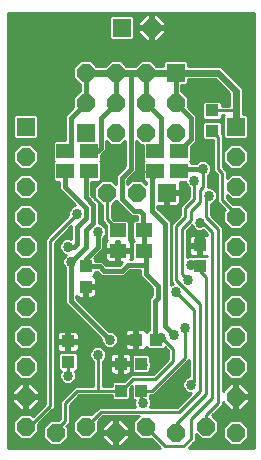
<source format=gbl>
G75*
%MOIN*%
%OFA0B0*%
%FSLAX24Y24*%
%IPPOS*%
%LPD*%
%AMOC8*
5,1,8,0,0,1.08239X$1,22.5*
%
%ADD10R,0.0551X0.0472*%
%ADD11R,0.0600X0.0600*%
%ADD12OC8,0.0600*%
%ADD13R,0.0394X0.0433*%
%ADD14R,0.0433X0.0394*%
%ADD15R,0.0591X0.0512*%
%ADD16C,0.0337*%
%ADD17C,0.0100*%
%ADD18C,0.0240*%
%ADD19C,0.0160*%
%ADD20C,0.0376*%
D10*
X004217Y007215D03*
X004217Y007885D03*
X005083Y007885D03*
X005083Y007215D03*
D11*
X005850Y009150D03*
X008150Y011350D03*
X006150Y013150D03*
X004350Y014650D03*
X003150Y011150D03*
X001150Y011350D03*
D12*
X001150Y010350D03*
X001150Y009350D03*
X001150Y008350D03*
X001150Y007350D03*
X001150Y006350D03*
X001150Y005350D03*
X001150Y004350D03*
X001150Y003350D03*
X001150Y002350D03*
X001150Y001350D03*
X002150Y001150D03*
X003150Y001350D03*
X004150Y001150D03*
X005150Y001350D03*
X006150Y001150D03*
X007150Y001350D03*
X008150Y001150D03*
X008150Y002350D03*
X008150Y003350D03*
X008150Y004350D03*
X008150Y005350D03*
X008150Y006350D03*
X008150Y007350D03*
X008150Y008350D03*
X008150Y009350D03*
X008150Y010350D03*
X006150Y011150D03*
X006150Y012150D03*
X005150Y012150D03*
X005150Y011150D03*
X004150Y011150D03*
X004150Y012150D03*
X004150Y013150D03*
X003150Y013150D03*
X003150Y012150D03*
X003850Y009150D03*
X004850Y009150D03*
X005150Y013150D03*
X005350Y014650D03*
D13*
X003150Y006685D03*
X003150Y006015D03*
X004315Y003450D03*
X004315Y002550D03*
X004985Y002550D03*
X004985Y003450D03*
D14*
X004815Y004250D03*
X005485Y004250D03*
X006950Y006715D03*
X006950Y007385D03*
X007350Y011215D03*
X007350Y011885D03*
X002550Y004185D03*
X002550Y003515D03*
D15*
X002450Y009865D03*
X002450Y010535D03*
X003250Y010535D03*
X003250Y009865D03*
X005450Y009865D03*
X005450Y010535D03*
X006250Y010535D03*
X006250Y009865D03*
D16*
X006750Y009550D03*
X007050Y009950D03*
X007250Y009050D03*
X006950Y008150D03*
X006950Y007650D03*
X006650Y006750D03*
X006550Y006250D03*
X006150Y005850D03*
X006450Y004650D03*
X006100Y004400D03*
X005650Y004300D03*
X005050Y003400D03*
X004550Y004250D03*
X003950Y004250D03*
X003550Y003750D03*
X002550Y003050D03*
X002850Y002050D03*
X005050Y002150D03*
X006150Y002750D03*
X006650Y002750D03*
X003550Y007850D03*
X004250Y008400D03*
X005000Y009850D03*
X004300Y010200D03*
X002850Y008450D03*
X002550Y007350D03*
X002650Y006850D03*
X001750Y009150D03*
X001750Y009550D03*
X001750Y010850D03*
D17*
X000550Y015146D02*
X000550Y000650D01*
X005624Y000650D01*
X005327Y000947D01*
X005320Y000940D01*
X004980Y000940D01*
X004740Y001180D01*
X004740Y001520D01*
X004910Y001690D01*
X003716Y001690D01*
X003553Y001527D01*
X003560Y001520D01*
X003560Y001180D01*
X003320Y000940D01*
X002980Y000940D01*
X002740Y001180D01*
X002740Y001520D01*
X002980Y001760D01*
X003320Y001760D01*
X003327Y001753D01*
X003490Y001916D01*
X003584Y002010D01*
X004807Y002010D01*
X004772Y002095D01*
X004772Y002205D01*
X004779Y002223D01*
X002749Y002223D01*
X002651Y002125D02*
X004772Y002125D01*
X004779Y002223D02*
X004742Y002223D01*
X004678Y002288D01*
X004678Y002686D01*
X004622Y002631D01*
X004622Y002288D01*
X004558Y002223D01*
X004073Y002223D01*
X004009Y002288D01*
X004009Y002390D01*
X002916Y002390D01*
X002610Y002084D01*
X002610Y001484D01*
X002503Y001377D01*
X002560Y001320D01*
X002560Y000980D01*
X002320Y000740D01*
X001980Y000740D01*
X001740Y000980D01*
X001740Y001320D01*
X001980Y001560D01*
X002234Y001560D01*
X002290Y001616D01*
X002290Y002216D01*
X002384Y002310D01*
X002690Y002616D01*
X002784Y002710D01*
X003390Y002710D01*
X003390Y003516D01*
X003314Y003592D01*
X003272Y003695D01*
X003272Y003805D01*
X003314Y003908D01*
X003392Y003986D01*
X003495Y004028D01*
X003605Y004028D01*
X003708Y003986D01*
X003786Y003908D01*
X003828Y003805D01*
X003828Y003695D01*
X003786Y003592D01*
X003710Y003516D01*
X003710Y002710D01*
X004009Y002710D01*
X004009Y002812D01*
X004073Y002877D01*
X004416Y002877D01*
X004555Y003016D01*
X004649Y003110D01*
X005384Y003110D01*
X005890Y003616D01*
X005890Y003884D01*
X005789Y003985D01*
X005747Y003943D01*
X005223Y003943D01*
X005171Y003994D01*
X005152Y003961D01*
X005124Y003933D01*
X005090Y003913D01*
X005052Y003903D01*
X004864Y003903D01*
X004864Y004202D01*
X004767Y004202D01*
X004449Y004202D01*
X004449Y004033D01*
X004459Y003995D01*
X004479Y003961D01*
X004507Y003933D01*
X004541Y003913D01*
X004579Y003903D01*
X004767Y003903D01*
X004767Y004202D01*
X004767Y004298D01*
X004449Y004298D01*
X004449Y004467D01*
X004459Y004505D01*
X004479Y004539D01*
X004507Y004567D01*
X004541Y004587D01*
X004579Y004597D01*
X004767Y004597D01*
X004767Y004298D01*
X004864Y004298D01*
X004864Y004597D01*
X005052Y004597D01*
X005090Y004587D01*
X005124Y004567D01*
X005152Y004539D01*
X005171Y004506D01*
X005223Y004557D01*
X005260Y004557D01*
X005260Y005629D01*
X005360Y005729D01*
X005360Y005971D01*
X005071Y006260D01*
X004960Y006371D01*
X004960Y006560D01*
X004629Y006560D01*
X004540Y006471D01*
X004429Y006360D01*
X004971Y006360D01*
X004960Y006459D02*
X004527Y006459D01*
X004626Y006557D02*
X004960Y006557D01*
X005070Y006262D02*
X003494Y006262D01*
X003497Y006252D02*
X003487Y006290D01*
X003467Y006324D01*
X003439Y006352D01*
X003406Y006371D01*
X003457Y006423D01*
X003457Y006495D01*
X003537Y006495D01*
X003671Y006360D01*
X003425Y006360D01*
X003457Y006459D02*
X003573Y006459D01*
X003671Y006360D02*
X004429Y006360D01*
X004271Y006740D02*
X003829Y006740D01*
X003805Y006763D01*
X003694Y006875D01*
X003457Y006875D01*
X003457Y006947D01*
X003436Y006967D01*
X003740Y007271D01*
X003740Y007646D01*
X003786Y007692D01*
X003828Y007795D01*
X003828Y007905D01*
X003786Y008008D01*
X003708Y008086D01*
X003605Y008128D01*
X003590Y008128D01*
X003590Y008829D01*
X003340Y009079D01*
X003340Y009499D01*
X003591Y009499D01*
X003655Y009564D01*
X003655Y010167D01*
X003622Y010200D01*
X003655Y010233D01*
X003655Y010387D01*
X003740Y010471D01*
X003840Y010571D01*
X003840Y010880D01*
X003980Y010740D01*
X004320Y010740D01*
X004460Y010880D01*
X004460Y010029D01*
X004271Y009840D01*
X004160Y009729D01*
X004160Y009420D01*
X004020Y009560D01*
X003680Y009560D01*
X003440Y009320D01*
X003440Y008980D01*
X003680Y008740D01*
X003690Y008740D01*
X003690Y008185D01*
X003784Y008092D01*
X003831Y008044D01*
X003831Y007603D01*
X003858Y007576D01*
X003849Y007572D01*
X003821Y007544D01*
X003802Y007509D01*
X003791Y007471D01*
X003791Y007265D01*
X004167Y007265D01*
X004167Y007165D01*
X004267Y007165D01*
X004267Y006829D01*
X004360Y006829D01*
X004271Y006740D01*
X004285Y006754D02*
X003815Y006754D01*
X003861Y006853D02*
X003716Y006853D01*
X003802Y006921D02*
X003791Y006959D01*
X003791Y007165D01*
X004167Y007165D01*
X004167Y006829D01*
X003922Y006829D01*
X003883Y006839D01*
X003849Y006859D01*
X003821Y006887D01*
X003802Y006921D01*
X003794Y006951D02*
X003453Y006951D01*
X003518Y007050D02*
X003791Y007050D01*
X003791Y007148D02*
X003617Y007148D01*
X003715Y007247D02*
X004167Y007247D01*
X004167Y007265D02*
X004167Y007538D01*
X004267Y007538D01*
X004267Y007265D01*
X004643Y007265D01*
X004643Y007471D01*
X004632Y007509D01*
X004613Y007544D01*
X004585Y007572D01*
X004576Y007576D01*
X004603Y007603D01*
X004603Y008166D01*
X004538Y008231D01*
X004097Y008231D01*
X004010Y008318D01*
X004010Y008740D01*
X004020Y008740D01*
X004160Y008880D01*
X004160Y008871D01*
X004560Y008471D01*
X004671Y008360D01*
X004860Y008360D01*
X004860Y008231D01*
X004762Y008231D01*
X004697Y008166D01*
X004697Y007603D01*
X004750Y007550D01*
X004697Y007497D01*
X004697Y006940D01*
X004637Y006940D01*
X004643Y006959D01*
X004643Y007165D01*
X004267Y007165D01*
X004267Y007265D01*
X004167Y007265D01*
X004167Y007345D02*
X004267Y007345D01*
X004267Y007247D02*
X004697Y007247D01*
X004697Y007345D02*
X004643Y007345D01*
X004643Y007444D02*
X004697Y007444D01*
X004742Y007542D02*
X004614Y007542D01*
X004603Y007641D02*
X004697Y007641D01*
X004697Y007739D02*
X004603Y007739D01*
X004603Y007838D02*
X004697Y007838D01*
X004697Y007936D02*
X004603Y007936D01*
X004603Y008035D02*
X004697Y008035D01*
X004697Y008133D02*
X004603Y008133D01*
X004603Y008429D02*
X004010Y008429D01*
X004010Y008527D02*
X004504Y008527D01*
X004406Y008626D02*
X004010Y008626D01*
X004010Y008724D02*
X004307Y008724D01*
X004209Y008823D02*
X004102Y008823D01*
X003850Y009150D02*
X003850Y008252D01*
X004217Y007885D01*
X004167Y007444D02*
X004267Y007444D01*
X004267Y007148D02*
X004167Y007148D01*
X004167Y007050D02*
X004267Y007050D01*
X004267Y006951D02*
X004167Y006951D01*
X004167Y006853D02*
X004267Y006853D01*
X004640Y006951D02*
X004697Y006951D01*
X004697Y007050D02*
X004643Y007050D01*
X004643Y007148D02*
X004697Y007148D01*
X005168Y006163D02*
X003497Y006163D01*
X003497Y006252D02*
X003497Y006064D01*
X003198Y006064D01*
X003198Y005967D01*
X003198Y005649D01*
X003367Y005649D01*
X003405Y005659D01*
X003439Y005679D01*
X003467Y005707D01*
X003487Y005741D01*
X003497Y005779D01*
X003497Y005967D01*
X003198Y005967D01*
X003102Y005967D01*
X003102Y005649D01*
X002933Y005649D01*
X002895Y005659D01*
X002861Y005679D01*
X002840Y005700D01*
X002840Y005629D01*
X003940Y004528D01*
X004005Y004528D01*
X004108Y004486D01*
X004186Y004408D01*
X004228Y004305D01*
X004228Y004195D01*
X004186Y004092D01*
X004108Y004014D01*
X004005Y003972D01*
X003895Y003972D01*
X003792Y004014D01*
X003714Y004092D01*
X003672Y004195D01*
X003672Y004260D01*
X002460Y005471D01*
X002460Y006646D01*
X002414Y006692D01*
X002372Y006795D01*
X002372Y006905D01*
X002414Y007008D01*
X002483Y007076D01*
X002392Y007114D01*
X002314Y007192D01*
X002272Y007295D01*
X002272Y007405D01*
X002314Y007508D01*
X002392Y007586D01*
X002495Y007628D01*
X002605Y007628D01*
X002660Y007606D01*
X002660Y008034D01*
X002110Y007484D01*
X002110Y001984D01*
X002016Y001890D01*
X001560Y001434D01*
X001560Y001180D01*
X001320Y000940D01*
X000980Y000940D01*
X000740Y001180D01*
X000740Y001520D01*
X000980Y001760D01*
X001320Y001760D01*
X001377Y001703D01*
X001790Y002116D01*
X001790Y007616D01*
X002572Y008398D01*
X002572Y008505D01*
X002614Y008608D01*
X002692Y008686D01*
X002795Y008728D01*
X002803Y008728D01*
X002371Y009160D01*
X002260Y009271D01*
X002260Y009499D01*
X002109Y009499D01*
X002045Y009564D01*
X002045Y010167D01*
X002078Y010200D01*
X002045Y010233D01*
X002045Y010836D01*
X002109Y010901D01*
X002460Y010901D01*
X002460Y011729D01*
X002571Y011840D01*
X002740Y012009D01*
X002740Y012320D01*
X002960Y012540D01*
X002960Y012760D01*
X002740Y012980D01*
X002740Y013320D01*
X002980Y013560D01*
X003320Y013560D01*
X003500Y013380D01*
X003800Y013380D01*
X003980Y013560D01*
X004320Y013560D01*
X004500Y013380D01*
X004800Y013380D01*
X004980Y013560D01*
X005320Y013560D01*
X005500Y013380D01*
X005740Y013380D01*
X005740Y013496D01*
X005804Y013560D01*
X006496Y013560D01*
X006560Y013496D01*
X006560Y013380D01*
X007645Y013380D01*
X008380Y012645D01*
X008380Y011760D01*
X008496Y011760D01*
X008560Y011696D01*
X008560Y011004D01*
X008496Y010940D01*
X007804Y010940D01*
X007740Y011004D01*
X007740Y011696D01*
X007769Y011725D01*
X007677Y011725D01*
X007677Y011642D01*
X007612Y011578D01*
X007088Y011578D01*
X007023Y011642D01*
X007023Y012127D01*
X007088Y012191D01*
X007612Y012191D01*
X007677Y012127D01*
X007677Y012045D01*
X007920Y012045D01*
X007920Y012455D01*
X007455Y012920D01*
X006560Y012920D01*
X006560Y012804D01*
X006496Y012740D01*
X006340Y012740D01*
X006340Y012540D01*
X006560Y012320D01*
X006560Y012009D01*
X006840Y011729D01*
X006840Y010856D01*
X006655Y010671D01*
X006655Y010233D01*
X006622Y010200D01*
X006655Y010167D01*
X006655Y010140D01*
X006846Y010140D01*
X006892Y010186D01*
X006995Y010228D01*
X007105Y010228D01*
X007208Y010186D01*
X007286Y010108D01*
X007328Y010005D01*
X007328Y009895D01*
X007286Y009792D01*
X007210Y009716D01*
X007210Y009328D01*
X007305Y009328D01*
X007408Y009286D01*
X007486Y009208D01*
X007528Y009105D01*
X007528Y008995D01*
X007486Y008892D01*
X007408Y008814D01*
X007310Y008773D01*
X007310Y008416D01*
X007710Y008016D01*
X007710Y002546D01*
X007964Y002800D01*
X008100Y002800D01*
X008100Y002400D01*
X008200Y002400D01*
X008200Y002800D01*
X008336Y002800D01*
X008600Y002536D01*
X008600Y002400D01*
X008200Y002400D01*
X008200Y002300D01*
X008600Y002300D01*
X008600Y002164D01*
X008336Y001900D01*
X008200Y001900D01*
X008200Y002300D01*
X008100Y002300D01*
X008100Y001900D01*
X007964Y001900D01*
X007710Y002154D01*
X007710Y002084D01*
X007353Y001727D01*
X007560Y001520D01*
X007560Y001180D01*
X007320Y000940D01*
X006980Y000940D01*
X006810Y001110D01*
X006810Y000884D01*
X006716Y000790D01*
X006576Y000650D01*
X008750Y000650D01*
X008750Y015146D01*
X000550Y015146D01*
X000550Y015127D02*
X008750Y015127D01*
X008750Y015028D02*
X005608Y015028D01*
X005536Y015100D02*
X005400Y015100D01*
X005400Y014700D01*
X005300Y014700D01*
X005300Y015100D01*
X005164Y015100D01*
X004900Y014836D01*
X004900Y014700D01*
X005300Y014700D01*
X005300Y014600D01*
X004900Y014600D01*
X004900Y014464D01*
X005164Y014200D01*
X005300Y014200D01*
X005300Y014600D01*
X005400Y014600D01*
X005400Y014700D01*
X005800Y014700D01*
X005800Y014836D01*
X005536Y015100D01*
X005400Y015028D02*
X005300Y015028D01*
X005300Y014930D02*
X005400Y014930D01*
X005400Y014831D02*
X005300Y014831D01*
X005300Y014733D02*
X005400Y014733D01*
X005400Y014634D02*
X008750Y014634D01*
X008750Y014536D02*
X005800Y014536D01*
X005800Y014600D02*
X005400Y014600D01*
X005400Y014200D01*
X005536Y014200D01*
X005800Y014464D01*
X005800Y014600D01*
X005800Y014733D02*
X008750Y014733D01*
X008750Y014831D02*
X005800Y014831D01*
X005707Y014930D02*
X008750Y014930D01*
X008750Y014437D02*
X005773Y014437D01*
X005675Y014339D02*
X008750Y014339D01*
X008750Y014240D02*
X005576Y014240D01*
X005400Y014240D02*
X005300Y014240D01*
X005300Y014339D02*
X005400Y014339D01*
X005400Y014437D02*
X005300Y014437D01*
X005300Y014536D02*
X005400Y014536D01*
X005300Y014634D02*
X004760Y014634D01*
X004760Y014536D02*
X004900Y014536D01*
X004927Y014437D02*
X004760Y014437D01*
X004760Y014339D02*
X005025Y014339D01*
X005124Y014240D02*
X004696Y014240D01*
X004760Y014304D01*
X004760Y014996D01*
X004696Y015060D01*
X004004Y015060D01*
X003940Y014996D01*
X003940Y014304D01*
X004004Y014240D01*
X000550Y014240D01*
X000550Y014142D02*
X008750Y014142D01*
X008750Y014043D02*
X000550Y014043D01*
X000550Y013945D02*
X008750Y013945D01*
X008750Y013846D02*
X000550Y013846D01*
X000550Y013748D02*
X008750Y013748D01*
X008750Y013649D02*
X000550Y013649D01*
X000550Y013551D02*
X002971Y013551D01*
X002872Y013452D02*
X000550Y013452D01*
X000550Y013354D02*
X002774Y013354D01*
X002740Y013255D02*
X000550Y013255D01*
X000550Y013157D02*
X002740Y013157D01*
X002740Y013058D02*
X000550Y013058D01*
X000550Y012960D02*
X002761Y012960D01*
X002859Y012861D02*
X000550Y012861D01*
X000550Y012763D02*
X002958Y012763D01*
X002960Y012664D02*
X000550Y012664D01*
X000550Y012566D02*
X002960Y012566D01*
X002887Y012467D02*
X000550Y012467D01*
X000550Y012369D02*
X002789Y012369D01*
X002740Y012270D02*
X000550Y012270D01*
X000550Y012172D02*
X002740Y012172D01*
X002740Y012073D02*
X000550Y012073D01*
X000550Y011975D02*
X002706Y011975D01*
X002607Y011876D02*
X000550Y011876D01*
X000550Y011778D02*
X002509Y011778D01*
X002460Y011679D02*
X001560Y011679D01*
X001560Y011696D02*
X001496Y011760D01*
X000804Y011760D01*
X000740Y011696D01*
X000740Y011004D01*
X000804Y010940D01*
X001496Y010940D01*
X001560Y011004D01*
X001560Y011696D01*
X001560Y011581D02*
X002460Y011581D01*
X002460Y011482D02*
X001560Y011482D01*
X001560Y011384D02*
X002460Y011384D01*
X002460Y011285D02*
X001560Y011285D01*
X001560Y011187D02*
X002460Y011187D01*
X002460Y011088D02*
X001560Y011088D01*
X001545Y010990D02*
X002460Y010990D01*
X002100Y010891D02*
X000550Y010891D01*
X000550Y010793D02*
X002045Y010793D01*
X002045Y010694D02*
X001386Y010694D01*
X001320Y010760D02*
X000980Y010760D01*
X000740Y010520D01*
X000740Y010180D01*
X000980Y009940D01*
X001320Y009940D01*
X001560Y010180D01*
X001560Y010520D01*
X001320Y010760D01*
X001484Y010596D02*
X002045Y010596D01*
X002045Y010497D02*
X001560Y010497D01*
X001560Y010399D02*
X002045Y010399D01*
X002045Y010300D02*
X001560Y010300D01*
X001560Y010202D02*
X002076Y010202D01*
X002045Y010103D02*
X001483Y010103D01*
X001384Y010005D02*
X002045Y010005D01*
X002045Y009906D02*
X000550Y009906D01*
X000550Y009808D02*
X002045Y009808D01*
X002045Y009709D02*
X001371Y009709D01*
X001320Y009760D02*
X000980Y009760D01*
X000740Y009520D01*
X000740Y009180D01*
X000980Y008940D01*
X001320Y008940D01*
X001560Y009180D01*
X001560Y009520D01*
X001320Y009760D01*
X001469Y009611D02*
X002045Y009611D01*
X002097Y009512D02*
X001560Y009512D01*
X001560Y009414D02*
X002260Y009414D01*
X002260Y009315D02*
X001560Y009315D01*
X001560Y009217D02*
X002315Y009217D01*
X002413Y009118D02*
X001498Y009118D01*
X001399Y009020D02*
X002512Y009020D01*
X002610Y008921D02*
X000550Y008921D01*
X000550Y008823D02*
X002709Y008823D01*
X002784Y008724D02*
X001356Y008724D01*
X001320Y008760D02*
X000980Y008760D01*
X000740Y008520D01*
X000740Y008180D01*
X000980Y007940D01*
X001320Y007940D01*
X001560Y008180D01*
X001560Y008520D01*
X001320Y008760D01*
X001454Y008626D02*
X002632Y008626D01*
X002581Y008527D02*
X001553Y008527D01*
X001560Y008429D02*
X002572Y008429D01*
X002504Y008330D02*
X001560Y008330D01*
X001560Y008232D02*
X002405Y008232D01*
X002307Y008133D02*
X001513Y008133D01*
X001414Y008035D02*
X002208Y008035D01*
X002110Y007936D02*
X000550Y007936D01*
X000550Y007838D02*
X002011Y007838D01*
X001913Y007739D02*
X001341Y007739D01*
X001320Y007760D02*
X000980Y007760D01*
X000740Y007520D01*
X000740Y007180D01*
X000980Y006940D01*
X001320Y006940D01*
X001560Y007180D01*
X001560Y007520D01*
X001320Y007760D01*
X001439Y007641D02*
X001814Y007641D01*
X001790Y007542D02*
X001538Y007542D01*
X001560Y007444D02*
X001790Y007444D01*
X001790Y007345D02*
X001560Y007345D01*
X001560Y007247D02*
X001790Y007247D01*
X001790Y007148D02*
X001528Y007148D01*
X001429Y007050D02*
X001790Y007050D01*
X001790Y006951D02*
X001331Y006951D01*
X001320Y006760D02*
X000980Y006760D01*
X000740Y006520D01*
X000740Y006180D01*
X000980Y005940D01*
X001320Y005940D01*
X001560Y006180D01*
X001560Y006520D01*
X001320Y006760D01*
X001326Y006754D02*
X001790Y006754D01*
X001790Y006656D02*
X001424Y006656D01*
X001523Y006557D02*
X001790Y006557D01*
X001790Y006459D02*
X001560Y006459D01*
X001560Y006360D02*
X001790Y006360D01*
X001790Y006262D02*
X001560Y006262D01*
X001543Y006163D02*
X001790Y006163D01*
X001790Y006065D02*
X001444Y006065D01*
X001346Y005966D02*
X001790Y005966D01*
X001790Y005868D02*
X000550Y005868D01*
X000550Y005966D02*
X000954Y005966D01*
X000856Y006065D02*
X000550Y006065D01*
X000550Y006163D02*
X000757Y006163D01*
X000740Y006262D02*
X000550Y006262D01*
X000550Y006360D02*
X000740Y006360D01*
X000740Y006459D02*
X000550Y006459D01*
X000550Y006557D02*
X000777Y006557D01*
X000876Y006656D02*
X000550Y006656D01*
X000550Y006754D02*
X000974Y006754D01*
X000969Y006951D02*
X000550Y006951D01*
X000550Y006853D02*
X001790Y006853D01*
X002110Y006853D02*
X002372Y006853D01*
X002390Y006951D02*
X002110Y006951D01*
X002110Y007050D02*
X002456Y007050D01*
X002358Y007148D02*
X002110Y007148D01*
X002110Y007247D02*
X002291Y007247D01*
X002272Y007345D02*
X002110Y007345D01*
X002110Y007444D02*
X002287Y007444D01*
X002348Y007542D02*
X002168Y007542D01*
X002267Y007641D02*
X002660Y007641D01*
X002660Y007739D02*
X002365Y007739D01*
X002464Y007838D02*
X002660Y007838D01*
X002660Y007936D02*
X002562Y007936D01*
X002850Y008450D02*
X001950Y007550D01*
X001950Y002050D01*
X001250Y001350D01*
X001150Y001350D01*
X001421Y001041D02*
X001740Y001041D01*
X001740Y001140D02*
X001519Y001140D01*
X001560Y001238D02*
X001740Y001238D01*
X001757Y001337D02*
X001560Y001337D01*
X001561Y001435D02*
X001855Y001435D01*
X001954Y001534D02*
X001660Y001534D01*
X001758Y001632D02*
X002290Y001632D01*
X002290Y001731D02*
X001857Y001731D01*
X001955Y001829D02*
X002290Y001829D01*
X002290Y001928D02*
X002054Y001928D01*
X002110Y002026D02*
X002290Y002026D01*
X002290Y002125D02*
X002110Y002125D01*
X002110Y002223D02*
X002297Y002223D01*
X002395Y002322D02*
X002110Y002322D01*
X002110Y002420D02*
X002494Y002420D01*
X002592Y002519D02*
X002110Y002519D01*
X002110Y002617D02*
X002691Y002617D01*
X002605Y002772D02*
X002708Y002814D01*
X003390Y002814D01*
X003390Y002716D02*
X002110Y002716D01*
X002110Y002814D02*
X002392Y002814D01*
X002495Y002772D01*
X002605Y002772D01*
X002708Y002814D02*
X002786Y002892D01*
X002828Y002995D01*
X002828Y003105D01*
X002786Y003208D01*
X003390Y003208D01*
X003390Y003110D02*
X002827Y003110D01*
X002828Y003011D02*
X003390Y003011D01*
X003390Y002913D02*
X002794Y002913D01*
X002786Y003208D02*
X002785Y003209D01*
X002812Y003209D01*
X002877Y003273D01*
X002877Y003758D01*
X002812Y003822D01*
X002288Y003822D01*
X002223Y003758D01*
X002223Y003273D01*
X002288Y003209D01*
X002315Y003209D01*
X002314Y003208D01*
X002110Y003208D01*
X002110Y003110D02*
X002273Y003110D01*
X002272Y003105D02*
X002272Y002995D01*
X002314Y002892D01*
X002392Y002814D01*
X002306Y002913D02*
X002110Y002913D01*
X002110Y003011D02*
X002272Y003011D01*
X002272Y003105D02*
X002314Y003208D01*
X002223Y003307D02*
X002110Y003307D01*
X002110Y003405D02*
X002223Y003405D01*
X002223Y003504D02*
X002110Y003504D01*
X002110Y003602D02*
X002223Y003602D01*
X002223Y003701D02*
X002110Y003701D01*
X002110Y003799D02*
X002265Y003799D01*
X002276Y003848D02*
X002314Y003838D01*
X002502Y003838D01*
X002502Y004136D01*
X002598Y004136D01*
X002598Y003838D01*
X002786Y003838D01*
X002824Y003848D01*
X002859Y003868D01*
X002887Y003896D01*
X002906Y003930D01*
X002917Y003968D01*
X002917Y004136D01*
X002598Y004136D01*
X002598Y004233D01*
X002502Y004233D01*
X002502Y004531D01*
X002314Y004531D01*
X002276Y004521D01*
X002241Y004502D01*
X002213Y004474D01*
X002194Y004439D01*
X002183Y004401D01*
X002183Y004233D01*
X002502Y004233D01*
X002502Y004136D01*
X002183Y004136D01*
X002183Y003968D01*
X002194Y003930D01*
X002213Y003896D01*
X002241Y003868D01*
X002276Y003848D01*
X002212Y003898D02*
X002110Y003898D01*
X002110Y003996D02*
X002183Y003996D01*
X002183Y004095D02*
X002110Y004095D01*
X002110Y004193D02*
X002502Y004193D01*
X002598Y004193D02*
X003672Y004193D01*
X003640Y004292D02*
X002917Y004292D01*
X002917Y004233D02*
X002917Y004401D01*
X002906Y004439D01*
X002887Y004474D01*
X002859Y004502D01*
X002824Y004521D01*
X002786Y004531D01*
X002598Y004531D01*
X002598Y004233D01*
X002917Y004233D01*
X002917Y004095D02*
X003713Y004095D01*
X003684Y003996D02*
X003836Y003996D01*
X003790Y003898D02*
X005876Y003898D01*
X005890Y003799D02*
X004583Y003799D01*
X004570Y003806D02*
X004532Y003817D01*
X004364Y003817D01*
X004364Y003498D01*
X004662Y003498D01*
X004662Y003686D01*
X004652Y003724D01*
X004632Y003759D01*
X004604Y003787D01*
X004570Y003806D01*
X004658Y003701D02*
X004678Y003701D01*
X004678Y003712D02*
X004678Y003188D01*
X004742Y003123D01*
X004990Y003123D01*
X004995Y003122D01*
X005105Y003122D01*
X005110Y003123D01*
X005227Y003123D01*
X005291Y003188D01*
X005291Y003255D01*
X005328Y003345D01*
X005328Y003455D01*
X005291Y003545D01*
X005291Y003712D01*
X005227Y003777D01*
X004742Y003777D01*
X004678Y003712D01*
X004678Y003602D02*
X004662Y003602D01*
X004662Y003504D02*
X004678Y003504D01*
X004678Y003405D02*
X004364Y003405D01*
X004364Y003402D02*
X004364Y003498D01*
X004267Y003498D01*
X004267Y003402D01*
X003969Y003402D01*
X003969Y003214D01*
X003979Y003176D01*
X003998Y003141D01*
X004026Y003113D01*
X004061Y003094D01*
X004099Y003083D01*
X004267Y003083D01*
X004267Y003402D01*
X004364Y003402D01*
X004662Y003402D01*
X004662Y003214D01*
X004652Y003176D01*
X004632Y003141D01*
X004604Y003113D01*
X004570Y003094D01*
X004532Y003083D01*
X004364Y003083D01*
X004364Y003402D01*
X004364Y003307D02*
X004267Y003307D01*
X004267Y003405D02*
X003710Y003405D01*
X003710Y003307D02*
X003969Y003307D01*
X003970Y003208D02*
X003710Y003208D01*
X003710Y003110D02*
X004033Y003110D01*
X004267Y003110D02*
X004364Y003110D01*
X004364Y003208D02*
X004267Y003208D01*
X004267Y003498D02*
X003969Y003498D01*
X003969Y003686D01*
X003979Y003724D01*
X003998Y003759D01*
X004026Y003787D01*
X004061Y003806D01*
X004099Y003817D01*
X004267Y003817D01*
X004267Y003498D01*
X004267Y003504D02*
X004364Y003504D01*
X004364Y003602D02*
X004267Y003602D01*
X004267Y003701D02*
X004364Y003701D01*
X004364Y003799D02*
X004267Y003799D01*
X004187Y004095D02*
X004449Y004095D01*
X004449Y004193D02*
X004228Y004193D01*
X004228Y004292D02*
X004767Y004292D01*
X004767Y004390D02*
X004864Y004390D01*
X004864Y004489D02*
X004767Y004489D01*
X004767Y004587D02*
X004864Y004587D01*
X005088Y004587D02*
X005260Y004587D01*
X005260Y004686D02*
X003783Y004686D01*
X003685Y004784D02*
X005260Y004784D01*
X005260Y004883D02*
X003586Y004883D01*
X003488Y004981D02*
X005260Y004981D01*
X005260Y005080D02*
X003389Y005080D01*
X003291Y005178D02*
X005260Y005178D01*
X005260Y005277D02*
X003192Y005277D01*
X003094Y005375D02*
X005260Y005375D01*
X005260Y005474D02*
X002995Y005474D01*
X002897Y005572D02*
X005260Y005572D01*
X005302Y005671D02*
X003425Y005671D01*
X003494Y005769D02*
X005360Y005769D01*
X005360Y005868D02*
X003497Y005868D01*
X003497Y005966D02*
X005360Y005966D01*
X005267Y006065D02*
X003497Y006065D01*
X003198Y005966D02*
X003102Y005966D01*
X003102Y005868D02*
X003198Y005868D01*
X003198Y005769D02*
X003102Y005769D01*
X003102Y005671D02*
X003198Y005671D01*
X002875Y005671D02*
X002840Y005671D01*
X002655Y005277D02*
X002110Y005277D01*
X002110Y005375D02*
X002556Y005375D01*
X002460Y005474D02*
X002110Y005474D01*
X002110Y005572D02*
X002460Y005572D01*
X002460Y005671D02*
X002110Y005671D01*
X002110Y005769D02*
X002460Y005769D01*
X002460Y005868D02*
X002110Y005868D01*
X002110Y005966D02*
X002460Y005966D01*
X002460Y006065D02*
X002110Y006065D01*
X002110Y006163D02*
X002460Y006163D01*
X002460Y006262D02*
X002110Y006262D01*
X002110Y006360D02*
X002460Y006360D01*
X002460Y006459D02*
X002110Y006459D01*
X002110Y006557D02*
X002460Y006557D01*
X002451Y006656D02*
X002110Y006656D01*
X002110Y006754D02*
X002388Y006754D01*
X001790Y005769D02*
X000550Y005769D01*
X000550Y005671D02*
X000891Y005671D01*
X000980Y005760D02*
X000740Y005520D01*
X000740Y005180D01*
X000980Y004940D01*
X001320Y004940D01*
X001560Y005180D01*
X001560Y005520D01*
X001320Y005760D01*
X000980Y005760D01*
X000792Y005572D02*
X000550Y005572D01*
X000550Y005474D02*
X000740Y005474D01*
X000740Y005375D02*
X000550Y005375D01*
X000550Y005277D02*
X000740Y005277D01*
X000742Y005178D02*
X000550Y005178D01*
X000550Y005080D02*
X000841Y005080D01*
X000939Y004981D02*
X000550Y004981D01*
X000550Y004883D02*
X001790Y004883D01*
X001790Y004981D02*
X001361Y004981D01*
X001459Y005080D02*
X001790Y005080D01*
X001790Y005178D02*
X001558Y005178D01*
X001560Y005277D02*
X001790Y005277D01*
X001790Y005375D02*
X001560Y005375D01*
X001560Y005474D02*
X001790Y005474D01*
X001790Y005572D02*
X001508Y005572D01*
X001409Y005671D02*
X001790Y005671D01*
X002110Y005178D02*
X002753Y005178D01*
X002852Y005080D02*
X002110Y005080D01*
X002110Y004981D02*
X002950Y004981D01*
X003049Y004883D02*
X002110Y004883D01*
X002110Y004784D02*
X003147Y004784D01*
X003246Y004686D02*
X002110Y004686D01*
X002110Y004587D02*
X003344Y004587D01*
X003443Y004489D02*
X002872Y004489D01*
X002917Y004390D02*
X003541Y004390D01*
X003416Y003996D02*
X002917Y003996D01*
X002888Y003898D02*
X003310Y003898D01*
X003272Y003799D02*
X002835Y003799D01*
X002877Y003701D02*
X003272Y003701D01*
X003310Y003602D02*
X002877Y003602D01*
X002877Y003504D02*
X003390Y003504D01*
X003390Y003405D02*
X002877Y003405D01*
X002877Y003307D02*
X003390Y003307D01*
X003550Y003750D02*
X003550Y002550D01*
X004315Y002550D01*
X004715Y002950D01*
X005450Y002950D01*
X006050Y003550D01*
X006050Y003950D01*
X005700Y004300D01*
X005650Y004300D01*
X005535Y004300D01*
X005485Y004250D01*
X005291Y003701D02*
X005890Y003701D01*
X005876Y003602D02*
X005291Y003602D01*
X005308Y003504D02*
X005777Y003504D01*
X005679Y003405D02*
X005328Y003405D01*
X005313Y003307D02*
X005580Y003307D01*
X005482Y003208D02*
X005291Y003208D01*
X005050Y003400D02*
X004985Y003450D01*
X004678Y003307D02*
X004662Y003307D01*
X004661Y003208D02*
X004678Y003208D01*
X004649Y003110D02*
X004598Y003110D01*
X004550Y003011D02*
X003710Y003011D01*
X003710Y002913D02*
X004452Y002913D01*
X004622Y002617D02*
X004678Y002617D01*
X004678Y002519D02*
X004622Y002519D01*
X004622Y002420D02*
X004678Y002420D01*
X004678Y002322D02*
X004622Y002322D01*
X004800Y002026D02*
X002610Y002026D01*
X002610Y001928D02*
X003501Y001928D01*
X003403Y001829D02*
X002610Y001829D01*
X002610Y001731D02*
X002951Y001731D01*
X002852Y001632D02*
X002610Y001632D01*
X002610Y001534D02*
X002754Y001534D01*
X002740Y001435D02*
X002561Y001435D01*
X002543Y001337D02*
X002740Y001337D01*
X002740Y001238D02*
X002560Y001238D01*
X002560Y001140D02*
X002781Y001140D01*
X002879Y001041D02*
X002560Y001041D01*
X002522Y000943D02*
X002978Y000943D01*
X003322Y000943D02*
X003721Y000943D01*
X003700Y000964D02*
X003964Y000700D01*
X004100Y000700D01*
X004100Y001100D01*
X003700Y001100D01*
X003700Y000964D01*
X003700Y001041D02*
X003421Y001041D01*
X003519Y001140D02*
X004100Y001140D01*
X004100Y001100D02*
X004100Y001200D01*
X004100Y001600D01*
X003964Y001600D01*
X003700Y001336D01*
X003700Y001200D01*
X004100Y001200D01*
X004200Y001200D01*
X004200Y001600D01*
X004336Y001600D01*
X004600Y001336D01*
X004600Y001200D01*
X004200Y001200D01*
X004200Y001100D01*
X004600Y001100D01*
X004600Y000964D01*
X004336Y000700D01*
X004200Y000700D01*
X004200Y001100D01*
X004100Y001100D01*
X004100Y001041D02*
X004200Y001041D01*
X004200Y000943D02*
X004100Y000943D01*
X004100Y000844D02*
X004200Y000844D01*
X004200Y000746D02*
X004100Y000746D01*
X003918Y000746D02*
X002325Y000746D01*
X002424Y000844D02*
X003820Y000844D01*
X003700Y001238D02*
X003560Y001238D01*
X003560Y001337D02*
X003700Y001337D01*
X003799Y001435D02*
X003560Y001435D01*
X003560Y001534D02*
X003897Y001534D01*
X004100Y001534D02*
X004200Y001534D01*
X004200Y001435D02*
X004100Y001435D01*
X004100Y001337D02*
X004200Y001337D01*
X004200Y001238D02*
X004100Y001238D01*
X004200Y001140D02*
X004781Y001140D01*
X004740Y001238D02*
X004600Y001238D01*
X004600Y001337D02*
X004740Y001337D01*
X004740Y001435D02*
X004501Y001435D01*
X004403Y001534D02*
X004754Y001534D01*
X004852Y001632D02*
X003658Y001632D01*
X003650Y001850D02*
X006250Y001850D01*
X006950Y002550D01*
X006950Y005450D01*
X006150Y006250D01*
X006150Y008050D01*
X006450Y008350D01*
X006450Y008650D01*
X006750Y008950D01*
X006750Y009550D01*
X006590Y009316D02*
X006590Y009016D01*
X006290Y008716D01*
X006290Y008416D01*
X005990Y008116D01*
X005990Y006184D01*
X006060Y006114D01*
X005992Y006086D01*
X005990Y006084D01*
X005990Y008179D01*
X005879Y008290D01*
X005540Y008629D01*
X005540Y008700D01*
X005800Y008700D01*
X005800Y009100D01*
X005900Y009100D01*
X005900Y009200D01*
X006300Y009200D01*
X006300Y009470D01*
X006292Y009499D01*
X006472Y009499D01*
X006472Y009495D01*
X006514Y009392D01*
X006590Y009316D01*
X006590Y009315D02*
X006300Y009315D01*
X006300Y009217D02*
X006590Y009217D01*
X006590Y009118D02*
X005900Y009118D01*
X005900Y009100D02*
X006300Y009100D01*
X006300Y008830D01*
X006290Y008792D01*
X006270Y008758D01*
X006242Y008730D01*
X006208Y008710D01*
X006170Y008700D01*
X005900Y008700D01*
X005900Y009100D01*
X005900Y009020D02*
X005800Y009020D01*
X005800Y008921D02*
X005900Y008921D01*
X005900Y008823D02*
X005800Y008823D01*
X005800Y008724D02*
X005900Y008724D01*
X005740Y008429D02*
X006290Y008429D01*
X006290Y008527D02*
X005642Y008527D01*
X005543Y008626D02*
X006290Y008626D01*
X006298Y008724D02*
X006232Y008724D01*
X006298Y008823D02*
X006396Y008823D01*
X006300Y008921D02*
X006495Y008921D01*
X006590Y009020D02*
X006300Y009020D01*
X006300Y009414D02*
X006505Y009414D01*
X006950Y009250D02*
X006950Y008850D01*
X006650Y008550D01*
X006650Y008250D01*
X006350Y007950D01*
X006350Y006450D01*
X006550Y006250D01*
X006650Y006750D02*
X006885Y006750D01*
X006950Y006715D01*
X006950Y006550D01*
X007150Y006350D01*
X007150Y002450D01*
X006150Y001450D01*
X006150Y001150D01*
X006400Y000700D02*
X005800Y000700D01*
X005150Y001350D01*
X004879Y001041D02*
X004600Y001041D01*
X004579Y000943D02*
X004978Y000943D01*
X005322Y000943D02*
X005331Y000943D01*
X005430Y000844D02*
X004480Y000844D01*
X004382Y000746D02*
X005528Y000746D01*
X005293Y002010D02*
X005328Y002095D01*
X005328Y002205D01*
X005291Y002295D01*
X005291Y002390D01*
X005416Y002390D01*
X006516Y003490D01*
X006590Y003564D01*
X006590Y003027D01*
X006492Y002986D01*
X006414Y002908D01*
X006372Y002805D01*
X006372Y002695D01*
X006414Y002592D01*
X006492Y002514D01*
X006595Y002472D01*
X006645Y002472D01*
X006184Y002010D01*
X005293Y002010D01*
X005300Y002026D02*
X006200Y002026D01*
X006298Y002125D02*
X005328Y002125D01*
X005321Y002223D02*
X006397Y002223D01*
X006495Y002322D02*
X005291Y002322D01*
X005446Y002420D02*
X006594Y002420D01*
X006488Y002519D02*
X005545Y002519D01*
X005643Y002617D02*
X006404Y002617D01*
X006372Y002716D02*
X005742Y002716D01*
X005840Y002814D02*
X006375Y002814D01*
X006419Y002913D02*
X005939Y002913D01*
X006037Y003011D02*
X006553Y003011D01*
X006590Y003110D02*
X006136Y003110D01*
X006234Y003208D02*
X006590Y003208D01*
X006590Y003307D02*
X006333Y003307D01*
X006431Y003405D02*
X006590Y003405D01*
X006590Y003504D02*
X006530Y003504D01*
X006450Y003650D02*
X006450Y004650D01*
X006750Y005250D02*
X006750Y002850D01*
X006650Y002750D01*
X006450Y003650D02*
X005350Y002550D01*
X004985Y002550D01*
X004985Y002215D01*
X005050Y002150D01*
X004009Y002322D02*
X002848Y002322D01*
X002850Y002550D02*
X002450Y002150D01*
X002450Y001550D01*
X002150Y001250D01*
X002150Y001150D01*
X001876Y000844D02*
X000550Y000844D01*
X000550Y000746D02*
X001975Y000746D01*
X001778Y000943D02*
X001322Y000943D01*
X000978Y000943D02*
X000550Y000943D01*
X000550Y001041D02*
X000879Y001041D01*
X000781Y001140D02*
X000550Y001140D01*
X000550Y001238D02*
X000740Y001238D01*
X000740Y001337D02*
X000550Y001337D01*
X000550Y001435D02*
X000740Y001435D01*
X000754Y001534D02*
X000550Y001534D01*
X000550Y001632D02*
X000852Y001632D01*
X000951Y001731D02*
X000550Y001731D01*
X000550Y001829D02*
X001503Y001829D01*
X001601Y001928D02*
X001364Y001928D01*
X001336Y001900D02*
X001600Y002164D01*
X001600Y002300D01*
X001200Y002300D01*
X001200Y002400D01*
X001600Y002400D01*
X001600Y002536D01*
X001336Y002800D01*
X001200Y002800D01*
X001200Y002400D01*
X001100Y002400D01*
X001100Y002800D01*
X000964Y002800D01*
X000700Y002536D01*
X000700Y002400D01*
X001100Y002400D01*
X001100Y002300D01*
X001200Y002300D01*
X001200Y001900D01*
X001336Y001900D01*
X001462Y002026D02*
X001700Y002026D01*
X001790Y002125D02*
X001561Y002125D01*
X001600Y002223D02*
X001790Y002223D01*
X001790Y002322D02*
X001200Y002322D01*
X001200Y002420D02*
X001100Y002420D01*
X001100Y002322D02*
X000550Y002322D01*
X000550Y002420D02*
X000700Y002420D01*
X000700Y002519D02*
X000550Y002519D01*
X000550Y002617D02*
X000781Y002617D01*
X000879Y002716D02*
X000550Y002716D01*
X000550Y002814D02*
X001790Y002814D01*
X001790Y002716D02*
X001421Y002716D01*
X001519Y002617D02*
X001790Y002617D01*
X001790Y002519D02*
X001600Y002519D01*
X001600Y002420D02*
X001790Y002420D01*
X001790Y002913D02*
X000550Y002913D01*
X000550Y003011D02*
X000909Y003011D01*
X000980Y002940D02*
X001320Y002940D01*
X001560Y003180D01*
X001560Y003520D01*
X001320Y003760D01*
X000980Y003760D01*
X000740Y003520D01*
X000740Y003180D01*
X000980Y002940D01*
X001100Y002716D02*
X001200Y002716D01*
X001200Y002617D02*
X001100Y002617D01*
X001100Y002519D02*
X001200Y002519D01*
X001100Y002300D02*
X000700Y002300D01*
X000700Y002164D01*
X000964Y001900D01*
X001100Y001900D01*
X001100Y002300D01*
X001100Y002223D02*
X001200Y002223D01*
X001200Y002125D02*
X001100Y002125D01*
X001100Y002026D02*
X001200Y002026D01*
X001200Y001928D02*
X001100Y001928D01*
X000936Y001928D02*
X000550Y001928D01*
X000550Y002026D02*
X000838Y002026D01*
X000739Y002125D02*
X000550Y002125D01*
X000550Y002223D02*
X000700Y002223D01*
X000811Y003110D02*
X000550Y003110D01*
X000550Y003208D02*
X000740Y003208D01*
X000740Y003307D02*
X000550Y003307D01*
X000550Y003405D02*
X000740Y003405D01*
X000740Y003504D02*
X000550Y003504D01*
X000550Y003602D02*
X000822Y003602D01*
X000921Y003701D02*
X000550Y003701D01*
X000550Y003799D02*
X001790Y003799D01*
X001790Y003701D02*
X001379Y003701D01*
X001478Y003602D02*
X001790Y003602D01*
X001790Y003504D02*
X001560Y003504D01*
X001560Y003405D02*
X001790Y003405D01*
X001790Y003307D02*
X001560Y003307D01*
X001560Y003208D02*
X001790Y003208D01*
X001790Y003110D02*
X001489Y003110D01*
X001391Y003011D02*
X001790Y003011D01*
X001790Y003898D02*
X000550Y003898D01*
X000550Y003996D02*
X000924Y003996D01*
X000980Y003940D02*
X001320Y003940D01*
X001560Y004180D01*
X001560Y004520D01*
X001320Y004760D01*
X000980Y004760D01*
X000740Y004520D01*
X000740Y004180D01*
X000980Y003940D01*
X000826Y004095D02*
X000550Y004095D01*
X000550Y004193D02*
X000740Y004193D01*
X000740Y004292D02*
X000550Y004292D01*
X000550Y004390D02*
X000740Y004390D01*
X000740Y004489D02*
X000550Y004489D01*
X000550Y004587D02*
X000807Y004587D01*
X000906Y004686D02*
X000550Y004686D01*
X000550Y004784D02*
X001790Y004784D01*
X001790Y004686D02*
X001394Y004686D01*
X001493Y004587D02*
X001790Y004587D01*
X001790Y004489D02*
X001560Y004489D01*
X001560Y004390D02*
X001790Y004390D01*
X001790Y004292D02*
X001560Y004292D01*
X001560Y004193D02*
X001790Y004193D01*
X001790Y004095D02*
X001474Y004095D01*
X001376Y003996D02*
X001790Y003996D01*
X002110Y004292D02*
X002183Y004292D01*
X002183Y004390D02*
X002110Y004390D01*
X002110Y004489D02*
X002228Y004489D01*
X002502Y004489D02*
X002598Y004489D01*
X002598Y004390D02*
X002502Y004390D01*
X002502Y004292D02*
X002598Y004292D01*
X002598Y004095D02*
X002502Y004095D01*
X002502Y003996D02*
X002598Y003996D01*
X002598Y003898D02*
X002502Y003898D01*
X002550Y003515D02*
X002550Y003050D01*
X002850Y002550D02*
X003550Y002550D01*
X003710Y002716D02*
X004009Y002716D01*
X004010Y002814D02*
X003710Y002814D01*
X003710Y003504D02*
X003969Y003504D01*
X003969Y003602D02*
X003790Y003602D01*
X003828Y003701D02*
X003972Y003701D01*
X004048Y003799D02*
X003828Y003799D01*
X004064Y003996D02*
X004459Y003996D01*
X004449Y004390D02*
X004193Y004390D01*
X004102Y004489D02*
X004455Y004489D01*
X004542Y004587D02*
X003882Y004587D01*
X004767Y004193D02*
X004864Y004193D01*
X004864Y004095D02*
X004767Y004095D01*
X004767Y003996D02*
X004864Y003996D01*
X006150Y005850D02*
X006750Y005250D01*
X006011Y006163D02*
X005990Y006163D01*
X005990Y006262D02*
X005990Y006262D01*
X005990Y006360D02*
X005990Y006360D01*
X005990Y006459D02*
X005990Y006459D01*
X005990Y006557D02*
X005990Y006557D01*
X005990Y006656D02*
X005990Y006656D01*
X005990Y006754D02*
X005990Y006754D01*
X005990Y006853D02*
X005990Y006853D01*
X005990Y006951D02*
X005990Y006951D01*
X005990Y007050D02*
X005990Y007050D01*
X005990Y007148D02*
X005990Y007148D01*
X005990Y007247D02*
X005990Y007247D01*
X005990Y007345D02*
X005990Y007345D01*
X005990Y007444D02*
X005990Y007444D01*
X005990Y007542D02*
X005990Y007542D01*
X005990Y007641D02*
X005990Y007641D01*
X005990Y007739D02*
X005990Y007739D01*
X005990Y007838D02*
X005990Y007838D01*
X005990Y007936D02*
X005990Y007936D01*
X005990Y008035D02*
X005990Y008035D01*
X005990Y008133D02*
X006007Y008133D01*
X005937Y008232D02*
X006105Y008232D01*
X006204Y008330D02*
X005839Y008330D01*
X006510Y007884D02*
X006686Y008060D01*
X006714Y007992D01*
X006792Y007914D01*
X006895Y007872D01*
X007005Y007872D01*
X007074Y007900D01*
X007190Y007784D01*
X007190Y007730D01*
X007186Y007731D01*
X006998Y007731D01*
X006998Y007433D01*
X006902Y007433D01*
X006902Y007731D01*
X006714Y007731D01*
X006676Y007721D01*
X006641Y007702D01*
X006613Y007674D01*
X006594Y007639D01*
X006583Y007601D01*
X006583Y007433D01*
X006902Y007433D01*
X006902Y007336D01*
X006998Y007336D01*
X006998Y007038D01*
X007186Y007038D01*
X007190Y007039D01*
X007190Y007022D01*
X006720Y007022D01*
X006705Y007028D01*
X006595Y007028D01*
X006510Y006993D01*
X006510Y007884D01*
X006510Y007838D02*
X007136Y007838D01*
X007190Y007739D02*
X006510Y007739D01*
X006510Y007641D02*
X006594Y007641D01*
X006583Y007542D02*
X006510Y007542D01*
X006510Y007444D02*
X006583Y007444D01*
X006583Y007336D02*
X006583Y007168D01*
X006594Y007130D01*
X006613Y007096D01*
X006641Y007068D01*
X006676Y007048D01*
X006714Y007038D01*
X006902Y007038D01*
X006902Y007336D01*
X006583Y007336D01*
X006510Y007345D02*
X006902Y007345D01*
X006902Y007247D02*
X006998Y007247D01*
X006998Y007148D02*
X006902Y007148D01*
X006902Y007050D02*
X006998Y007050D01*
X006673Y007050D02*
X006510Y007050D01*
X006510Y007148D02*
X006589Y007148D01*
X006583Y007247D02*
X006510Y007247D01*
X006902Y007444D02*
X006998Y007444D01*
X006998Y007542D02*
X006902Y007542D01*
X006902Y007641D02*
X006998Y007641D01*
X006770Y007936D02*
X006562Y007936D01*
X006661Y008035D02*
X006696Y008035D01*
X007050Y008150D02*
X007350Y007850D01*
X007350Y002300D01*
X006650Y001600D01*
X006650Y000950D01*
X006400Y000700D01*
X006672Y000746D02*
X007975Y000746D01*
X007980Y000740D02*
X008320Y000740D01*
X008560Y000980D01*
X008560Y001320D01*
X008320Y001560D01*
X007980Y001560D01*
X007740Y001320D01*
X007740Y000980D01*
X007980Y000740D01*
X007876Y000844D02*
X006770Y000844D01*
X006810Y000943D02*
X006978Y000943D01*
X006879Y001041D02*
X006810Y001041D01*
X007150Y001350D02*
X007150Y001750D01*
X007550Y002150D01*
X007550Y007950D01*
X007150Y008350D01*
X007150Y008950D01*
X007250Y009050D01*
X007338Y009315D02*
X007540Y009315D01*
X007540Y009217D02*
X007477Y009217D01*
X007523Y009118D02*
X007540Y009118D01*
X007528Y009020D02*
X007540Y009020D01*
X007540Y008921D02*
X007498Y008921D01*
X007540Y008834D02*
X007797Y008577D01*
X007740Y008520D01*
X007740Y008180D01*
X007980Y007940D01*
X008320Y007940D01*
X008560Y008180D01*
X008560Y008520D01*
X008320Y008760D01*
X008066Y008760D01*
X007860Y008966D01*
X007860Y009060D01*
X007980Y008940D01*
X008320Y008940D01*
X008560Y009180D01*
X008560Y009520D01*
X008320Y009760D01*
X007980Y009760D01*
X007860Y009640D01*
X007860Y009866D01*
X007766Y009960D01*
X007710Y010016D01*
X007710Y011082D01*
X007677Y011115D01*
X007677Y011458D01*
X007612Y011522D01*
X007088Y011522D01*
X007023Y011458D01*
X007023Y010973D01*
X007088Y010909D01*
X007390Y010909D01*
X007390Y009884D01*
X007484Y009790D01*
X007540Y009734D01*
X007540Y008834D01*
X007551Y008823D02*
X007416Y008823D01*
X007310Y008724D02*
X007650Y008724D01*
X007748Y008626D02*
X007310Y008626D01*
X007310Y008527D02*
X007747Y008527D01*
X007740Y008429D02*
X007310Y008429D01*
X007396Y008330D02*
X007740Y008330D01*
X007740Y008232D02*
X007495Y008232D01*
X007593Y008133D02*
X007787Y008133D01*
X007692Y008035D02*
X007886Y008035D01*
X007980Y007760D02*
X007740Y007520D01*
X007740Y007180D01*
X007980Y006940D01*
X008320Y006940D01*
X008560Y007180D01*
X008560Y007520D01*
X008320Y007760D01*
X007980Y007760D01*
X007959Y007739D02*
X007710Y007739D01*
X007710Y007641D02*
X007861Y007641D01*
X007762Y007542D02*
X007710Y007542D01*
X007710Y007444D02*
X007740Y007444D01*
X007740Y007345D02*
X007710Y007345D01*
X007710Y007247D02*
X007740Y007247D01*
X007710Y007148D02*
X007772Y007148D01*
X007710Y007050D02*
X007871Y007050D01*
X007969Y006951D02*
X007710Y006951D01*
X007710Y006853D02*
X008750Y006853D01*
X008750Y006951D02*
X008331Y006951D01*
X008429Y007050D02*
X008750Y007050D01*
X008750Y007148D02*
X008528Y007148D01*
X008560Y007247D02*
X008750Y007247D01*
X008750Y007345D02*
X008560Y007345D01*
X008560Y007444D02*
X008750Y007444D01*
X008750Y007542D02*
X008538Y007542D01*
X008439Y007641D02*
X008750Y007641D01*
X008750Y007739D02*
X008341Y007739D01*
X008414Y008035D02*
X008750Y008035D01*
X008750Y008133D02*
X008513Y008133D01*
X008560Y008232D02*
X008750Y008232D01*
X008750Y008330D02*
X008560Y008330D01*
X008560Y008429D02*
X008750Y008429D01*
X008750Y008527D02*
X008553Y008527D01*
X008454Y008626D02*
X008750Y008626D01*
X008750Y008724D02*
X008356Y008724D01*
X008399Y009020D02*
X008750Y009020D01*
X008750Y009118D02*
X008498Y009118D01*
X008560Y009217D02*
X008750Y009217D01*
X008750Y009315D02*
X008560Y009315D01*
X008560Y009414D02*
X008750Y009414D01*
X008750Y009512D02*
X008560Y009512D01*
X008469Y009611D02*
X008750Y009611D01*
X008750Y009709D02*
X008371Y009709D01*
X008320Y009940D02*
X008560Y010180D01*
X008560Y010520D01*
X008320Y010760D01*
X007980Y010760D01*
X007740Y010520D01*
X007740Y010180D01*
X007980Y009940D01*
X008320Y009940D01*
X008384Y010005D02*
X008750Y010005D01*
X008750Y010103D02*
X008483Y010103D01*
X008560Y010202D02*
X008750Y010202D01*
X008750Y010300D02*
X008560Y010300D01*
X008560Y010399D02*
X008750Y010399D01*
X008750Y010497D02*
X008560Y010497D01*
X008484Y010596D02*
X008750Y010596D01*
X008750Y010694D02*
X008386Y010694D01*
X008545Y010990D02*
X008750Y010990D01*
X008750Y011088D02*
X008560Y011088D01*
X008560Y011187D02*
X008750Y011187D01*
X008750Y011285D02*
X008560Y011285D01*
X008560Y011384D02*
X008750Y011384D01*
X008750Y011482D02*
X008560Y011482D01*
X008560Y011581D02*
X008750Y011581D01*
X008750Y011679D02*
X008560Y011679D01*
X008380Y011778D02*
X008750Y011778D01*
X008750Y011876D02*
X008380Y011876D01*
X008380Y011975D02*
X008750Y011975D01*
X008750Y012073D02*
X008380Y012073D01*
X008380Y012172D02*
X008750Y012172D01*
X008750Y012270D02*
X008380Y012270D01*
X008380Y012369D02*
X008750Y012369D01*
X008750Y012467D02*
X008380Y012467D01*
X008380Y012566D02*
X008750Y012566D01*
X008750Y012664D02*
X008361Y012664D01*
X008263Y012763D02*
X008750Y012763D01*
X008750Y012861D02*
X008164Y012861D01*
X008066Y012960D02*
X008750Y012960D01*
X008750Y013058D02*
X007967Y013058D01*
X007869Y013157D02*
X008750Y013157D01*
X008750Y013255D02*
X007770Y013255D01*
X007672Y013354D02*
X008750Y013354D01*
X008750Y013452D02*
X006560Y013452D01*
X006505Y013551D02*
X008750Y013551D01*
X007908Y012467D02*
X006413Y012467D01*
X006340Y012566D02*
X007809Y012566D01*
X007711Y012664D02*
X006340Y012664D01*
X006518Y012763D02*
X007612Y012763D01*
X007514Y012861D02*
X006560Y012861D01*
X006511Y012369D02*
X007920Y012369D01*
X007920Y012270D02*
X006560Y012270D01*
X006560Y012172D02*
X007068Y012172D01*
X007023Y012073D02*
X006560Y012073D01*
X006594Y011975D02*
X007023Y011975D01*
X007023Y011876D02*
X006693Y011876D01*
X006791Y011778D02*
X007023Y011778D01*
X007023Y011679D02*
X006840Y011679D01*
X006840Y011581D02*
X007085Y011581D01*
X007048Y011482D02*
X006840Y011482D01*
X006840Y011384D02*
X007023Y011384D01*
X007023Y011285D02*
X006840Y011285D01*
X006840Y011187D02*
X007023Y011187D01*
X007023Y011088D02*
X006840Y011088D01*
X006840Y010990D02*
X007023Y010990D01*
X006840Y010891D02*
X007390Y010891D01*
X007390Y010793D02*
X006777Y010793D01*
X006678Y010694D02*
X007390Y010694D01*
X007390Y010596D02*
X006655Y010596D01*
X006655Y010497D02*
X007390Y010497D01*
X007390Y010399D02*
X006655Y010399D01*
X006655Y010300D02*
X007390Y010300D01*
X007390Y010202D02*
X007170Y010202D01*
X007288Y010103D02*
X007390Y010103D01*
X007390Y010005D02*
X007328Y010005D01*
X007328Y009906D02*
X007390Y009906D01*
X007466Y009808D02*
X007292Y009808D01*
X007210Y009709D02*
X007540Y009709D01*
X007540Y009611D02*
X007210Y009611D01*
X007210Y009512D02*
X007540Y009512D01*
X007540Y009414D02*
X007210Y009414D01*
X007050Y009350D02*
X007050Y009950D01*
X006930Y010202D02*
X006624Y010202D01*
X007050Y009350D02*
X006950Y009250D01*
X007550Y009950D02*
X007550Y011015D01*
X007350Y011215D01*
X007677Y011187D02*
X007740Y011187D01*
X007740Y011285D02*
X007677Y011285D01*
X007677Y011384D02*
X007740Y011384D01*
X007740Y011482D02*
X007652Y011482D01*
X007615Y011581D02*
X007740Y011581D01*
X007740Y011679D02*
X007677Y011679D01*
X007350Y011885D02*
X008085Y011885D01*
X008150Y011950D01*
X007920Y012073D02*
X007677Y012073D01*
X007632Y012172D02*
X007920Y012172D01*
X007740Y011088D02*
X007704Y011088D01*
X007710Y010990D02*
X007755Y010990D01*
X007710Y010891D02*
X008750Y010891D01*
X008750Y010793D02*
X007710Y010793D01*
X007710Y010694D02*
X007914Y010694D01*
X007816Y010596D02*
X007710Y010596D01*
X007710Y010497D02*
X007740Y010497D01*
X007740Y010399D02*
X007710Y010399D01*
X007710Y010300D02*
X007740Y010300D01*
X007740Y010202D02*
X007710Y010202D01*
X007710Y010103D02*
X007817Y010103D01*
X007722Y010005D02*
X007916Y010005D01*
X007820Y009906D02*
X008750Y009906D01*
X008750Y009808D02*
X007860Y009808D01*
X007860Y009709D02*
X007929Y009709D01*
X007700Y009800D02*
X007700Y008900D01*
X008150Y008450D01*
X008150Y008350D01*
X008004Y008823D02*
X008750Y008823D01*
X008750Y008921D02*
X007905Y008921D01*
X007901Y009020D02*
X007860Y009020D01*
X007700Y009800D02*
X007550Y009950D01*
X007710Y007936D02*
X008750Y007936D01*
X008750Y007838D02*
X007710Y007838D01*
X007710Y006754D02*
X007974Y006754D01*
X007980Y006760D02*
X007740Y006520D01*
X007740Y006180D01*
X007980Y005940D01*
X008320Y005940D01*
X008560Y006180D01*
X008560Y006520D01*
X008320Y006760D01*
X007980Y006760D01*
X007876Y006656D02*
X007710Y006656D01*
X007710Y006557D02*
X007777Y006557D01*
X007740Y006459D02*
X007710Y006459D01*
X007710Y006360D02*
X007740Y006360D01*
X007740Y006262D02*
X007710Y006262D01*
X007710Y006163D02*
X007757Y006163D01*
X007710Y006065D02*
X007856Y006065D01*
X007954Y005966D02*
X007710Y005966D01*
X007710Y005868D02*
X008750Y005868D01*
X008750Y005966D02*
X008346Y005966D01*
X008444Y006065D02*
X008750Y006065D01*
X008750Y006163D02*
X008543Y006163D01*
X008560Y006262D02*
X008750Y006262D01*
X008750Y006360D02*
X008560Y006360D01*
X008560Y006459D02*
X008750Y006459D01*
X008750Y006557D02*
X008523Y006557D01*
X008424Y006656D02*
X008750Y006656D01*
X008750Y006754D02*
X008326Y006754D01*
X008320Y005760D02*
X007980Y005760D01*
X007740Y005520D01*
X007740Y005180D01*
X007980Y004940D01*
X008320Y004940D01*
X008560Y005180D01*
X008560Y005520D01*
X008320Y005760D01*
X008409Y005671D02*
X008750Y005671D01*
X008750Y005769D02*
X007710Y005769D01*
X007710Y005671D02*
X007891Y005671D01*
X007792Y005572D02*
X007710Y005572D01*
X007710Y005474D02*
X007740Y005474D01*
X007740Y005375D02*
X007710Y005375D01*
X007710Y005277D02*
X007740Y005277D01*
X007742Y005178D02*
X007710Y005178D01*
X007710Y005080D02*
X007841Y005080D01*
X007939Y004981D02*
X007710Y004981D01*
X007710Y004883D02*
X008750Y004883D01*
X008750Y004981D02*
X008361Y004981D01*
X008459Y005080D02*
X008750Y005080D01*
X008750Y005178D02*
X008558Y005178D01*
X008560Y005277D02*
X008750Y005277D01*
X008750Y005375D02*
X008560Y005375D01*
X008560Y005474D02*
X008750Y005474D01*
X008750Y005572D02*
X008508Y005572D01*
X008750Y004784D02*
X007710Y004784D01*
X007710Y004686D02*
X007906Y004686D01*
X007980Y004760D02*
X007740Y004520D01*
X007740Y004180D01*
X007980Y003940D01*
X008320Y003940D01*
X008560Y004180D01*
X008560Y004520D01*
X008320Y004760D01*
X007980Y004760D01*
X007807Y004587D02*
X007710Y004587D01*
X007710Y004489D02*
X007740Y004489D01*
X007740Y004390D02*
X007710Y004390D01*
X007710Y004292D02*
X007740Y004292D01*
X007740Y004193D02*
X007710Y004193D01*
X007710Y004095D02*
X007826Y004095D01*
X007924Y003996D02*
X007710Y003996D01*
X007710Y003898D02*
X008750Y003898D01*
X008750Y003996D02*
X008376Y003996D01*
X008474Y004095D02*
X008750Y004095D01*
X008750Y004193D02*
X008560Y004193D01*
X008560Y004292D02*
X008750Y004292D01*
X008750Y004390D02*
X008560Y004390D01*
X008560Y004489D02*
X008750Y004489D01*
X008750Y004587D02*
X008493Y004587D01*
X008394Y004686D02*
X008750Y004686D01*
X008750Y003799D02*
X007710Y003799D01*
X007710Y003701D02*
X007921Y003701D01*
X007980Y003760D02*
X007740Y003520D01*
X007740Y003180D01*
X007980Y002940D01*
X008320Y002940D01*
X008560Y003180D01*
X008560Y003520D01*
X008320Y003760D01*
X007980Y003760D01*
X007822Y003602D02*
X007710Y003602D01*
X007710Y003504D02*
X007740Y003504D01*
X007740Y003405D02*
X007710Y003405D01*
X007710Y003307D02*
X007740Y003307D01*
X007740Y003208D02*
X007710Y003208D01*
X007710Y003110D02*
X007811Y003110D01*
X007909Y003011D02*
X007710Y003011D01*
X007710Y002913D02*
X008750Y002913D01*
X008750Y003011D02*
X008391Y003011D01*
X008489Y003110D02*
X008750Y003110D01*
X008750Y003208D02*
X008560Y003208D01*
X008560Y003307D02*
X008750Y003307D01*
X008750Y003405D02*
X008560Y003405D01*
X008560Y003504D02*
X008750Y003504D01*
X008750Y003602D02*
X008478Y003602D01*
X008379Y003701D02*
X008750Y003701D01*
X008750Y002814D02*
X007710Y002814D01*
X007710Y002716D02*
X007879Y002716D01*
X007781Y002617D02*
X007710Y002617D01*
X007710Y002125D02*
X007739Y002125D01*
X007652Y002026D02*
X007838Y002026D01*
X007936Y001928D02*
X007554Y001928D01*
X007455Y001829D02*
X008750Y001829D01*
X008750Y001731D02*
X007357Y001731D01*
X007448Y001632D02*
X008750Y001632D01*
X008750Y001534D02*
X008346Y001534D01*
X008445Y001435D02*
X008750Y001435D01*
X008750Y001337D02*
X008543Y001337D01*
X008560Y001238D02*
X008750Y001238D01*
X008750Y001140D02*
X008560Y001140D01*
X008560Y001041D02*
X008750Y001041D01*
X008750Y000943D02*
X008522Y000943D01*
X008424Y000844D02*
X008750Y000844D01*
X008750Y000746D02*
X008325Y000746D01*
X007855Y001435D02*
X007560Y001435D01*
X007560Y001337D02*
X007757Y001337D01*
X007740Y001238D02*
X007560Y001238D01*
X007519Y001140D02*
X007740Y001140D01*
X007740Y001041D02*
X007421Y001041D01*
X007322Y000943D02*
X007778Y000943D01*
X007954Y001534D02*
X007546Y001534D01*
X008100Y001928D02*
X008200Y001928D01*
X008200Y002026D02*
X008100Y002026D01*
X008100Y002125D02*
X008200Y002125D01*
X008200Y002223D02*
X008100Y002223D01*
X008200Y002322D02*
X008750Y002322D01*
X008750Y002420D02*
X008600Y002420D01*
X008600Y002519D02*
X008750Y002519D01*
X008750Y002617D02*
X008519Y002617D01*
X008421Y002716D02*
X008750Y002716D01*
X008750Y002223D02*
X008600Y002223D01*
X008561Y002125D02*
X008750Y002125D01*
X008750Y002026D02*
X008462Y002026D01*
X008364Y001928D02*
X008750Y001928D01*
X008200Y002420D02*
X008100Y002420D01*
X008100Y002519D02*
X008200Y002519D01*
X008200Y002617D02*
X008100Y002617D01*
X008100Y002716D02*
X008200Y002716D01*
X004860Y008232D02*
X004096Y008232D01*
X004010Y008330D02*
X004860Y008330D01*
X005160Y009420D02*
X005020Y009560D01*
X004680Y009560D01*
X004540Y009420D01*
X004540Y009571D01*
X004840Y009871D01*
X004840Y010880D01*
X004980Y010740D01*
X005045Y010740D01*
X005045Y010233D01*
X005078Y010200D01*
X005045Y010167D01*
X005045Y009564D01*
X005109Y009499D01*
X005160Y009499D01*
X005160Y009420D01*
X005097Y009512D02*
X005068Y009512D01*
X005045Y009611D02*
X004579Y009611D01*
X004540Y009512D02*
X004632Y009512D01*
X004678Y009709D02*
X005045Y009709D01*
X005045Y009808D02*
X004776Y009808D01*
X004840Y009906D02*
X005045Y009906D01*
X005045Y010005D02*
X004840Y010005D01*
X004840Y010103D02*
X005045Y010103D01*
X005076Y010202D02*
X004840Y010202D01*
X004840Y010300D02*
X005045Y010300D01*
X005045Y010399D02*
X004840Y010399D01*
X004840Y010497D02*
X005045Y010497D01*
X005045Y010596D02*
X004840Y010596D01*
X004840Y010694D02*
X005045Y010694D01*
X004928Y010793D02*
X004840Y010793D01*
X004460Y010793D02*
X004372Y010793D01*
X004460Y010694D02*
X003840Y010694D01*
X003840Y010596D02*
X004460Y010596D01*
X004460Y010497D02*
X003766Y010497D01*
X003667Y010399D02*
X004460Y010399D01*
X004460Y010300D02*
X003655Y010300D01*
X003624Y010202D02*
X004460Y010202D01*
X004460Y010103D02*
X003655Y010103D01*
X003655Y010005D02*
X004436Y010005D01*
X004337Y009906D02*
X003655Y009906D01*
X003655Y009808D02*
X004239Y009808D01*
X004160Y009709D02*
X003655Y009709D01*
X003655Y009611D02*
X004160Y009611D01*
X004160Y009512D02*
X004068Y009512D01*
X003632Y009512D02*
X003603Y009512D01*
X003534Y009414D02*
X003340Y009414D01*
X003340Y009315D02*
X003440Y009315D01*
X003440Y009217D02*
X003340Y009217D01*
X003340Y009118D02*
X003440Y009118D01*
X003440Y009020D02*
X003399Y009020D01*
X003498Y008921D02*
X003499Y008921D01*
X003590Y008823D02*
X003598Y008823D01*
X003590Y008724D02*
X003690Y008724D01*
X003690Y008626D02*
X003590Y008626D01*
X003590Y008527D02*
X003690Y008527D01*
X003690Y008429D02*
X003590Y008429D01*
X003590Y008330D02*
X003690Y008330D01*
X003690Y008232D02*
X003590Y008232D01*
X003590Y008133D02*
X003742Y008133D01*
X003759Y008035D02*
X003831Y008035D01*
X003831Y007936D02*
X003816Y007936D01*
X003828Y007838D02*
X003831Y007838D01*
X003831Y007739D02*
X003805Y007739D01*
X003831Y007641D02*
X003740Y007641D01*
X003740Y007542D02*
X003820Y007542D01*
X003791Y007444D02*
X003740Y007444D01*
X003740Y007345D02*
X003791Y007345D01*
X003840Y010793D02*
X003928Y010793D01*
X003872Y013452D02*
X003428Y013452D01*
X003329Y013551D02*
X003971Y013551D01*
X004329Y013551D02*
X004971Y013551D01*
X004872Y013452D02*
X004428Y013452D01*
X004696Y014240D02*
X004004Y014240D01*
X003940Y014339D02*
X000550Y014339D01*
X000550Y014437D02*
X003940Y014437D01*
X003940Y014536D02*
X000550Y014536D01*
X000550Y014634D02*
X003940Y014634D01*
X003940Y014733D02*
X000550Y014733D01*
X000550Y014831D02*
X003940Y014831D01*
X003940Y014930D02*
X000550Y014930D01*
X000550Y015028D02*
X003972Y015028D01*
X004728Y015028D02*
X005092Y015028D01*
X004993Y014930D02*
X004760Y014930D01*
X004760Y014831D02*
X004900Y014831D01*
X004900Y014733D02*
X004760Y014733D01*
X005329Y013551D02*
X005795Y013551D01*
X005740Y013452D02*
X005428Y013452D01*
X000959Y007739D02*
X000550Y007739D01*
X000550Y007641D02*
X000861Y007641D01*
X000762Y007542D02*
X000550Y007542D01*
X000550Y007444D02*
X000740Y007444D01*
X000740Y007345D02*
X000550Y007345D01*
X000550Y007247D02*
X000740Y007247D01*
X000772Y007148D02*
X000550Y007148D01*
X000550Y007050D02*
X000871Y007050D01*
X000886Y008035D02*
X000550Y008035D01*
X000550Y008133D02*
X000787Y008133D01*
X000740Y008232D02*
X000550Y008232D01*
X000550Y008330D02*
X000740Y008330D01*
X000740Y008429D02*
X000550Y008429D01*
X000550Y008527D02*
X000747Y008527D01*
X000846Y008626D02*
X000550Y008626D01*
X000550Y008724D02*
X000944Y008724D01*
X000901Y009020D02*
X000550Y009020D01*
X000550Y009118D02*
X000802Y009118D01*
X000740Y009217D02*
X000550Y009217D01*
X000550Y009315D02*
X000740Y009315D01*
X000740Y009414D02*
X000550Y009414D01*
X000550Y009512D02*
X000740Y009512D01*
X000831Y009611D02*
X000550Y009611D01*
X000550Y009709D02*
X000929Y009709D01*
X000916Y010005D02*
X000550Y010005D01*
X000550Y010103D02*
X000817Y010103D01*
X000740Y010202D02*
X000550Y010202D01*
X000550Y010300D02*
X000740Y010300D01*
X000740Y010399D02*
X000550Y010399D01*
X000550Y010497D02*
X000740Y010497D01*
X000816Y010596D02*
X000550Y010596D01*
X000550Y010694D02*
X000914Y010694D01*
X000755Y010990D02*
X000550Y010990D01*
X000550Y011088D02*
X000740Y011088D01*
X000740Y011187D02*
X000550Y011187D01*
X000550Y011285D02*
X000740Y011285D01*
X000740Y011384D02*
X000550Y011384D01*
X000550Y011482D02*
X000740Y011482D01*
X000740Y011581D02*
X000550Y011581D01*
X000550Y011679D02*
X000740Y011679D01*
X003650Y001850D02*
X003150Y001350D01*
X001404Y001731D02*
X001349Y001731D01*
D18*
X008150Y011350D02*
X008150Y011950D01*
X008150Y012550D01*
X007550Y013150D01*
X006150Y013150D01*
X005150Y013150D01*
X004650Y013150D01*
X004150Y013150D01*
X003150Y013150D01*
D19*
X003150Y012150D01*
X002650Y011650D01*
X002650Y010735D01*
X002450Y010535D01*
X002450Y009865D02*
X002450Y009350D01*
X003150Y008650D01*
X003150Y008300D01*
X002850Y008000D01*
X002850Y007450D01*
X002750Y007350D01*
X002550Y007350D01*
X002650Y006850D02*
X003150Y007350D01*
X003150Y007900D01*
X003400Y008150D01*
X003400Y008750D01*
X003150Y009000D01*
X003150Y009765D01*
X003250Y009865D01*
X003250Y010535D02*
X003265Y010550D01*
X003550Y010550D01*
X003650Y010650D01*
X003650Y011650D01*
X004150Y012150D01*
X004150Y013150D01*
X004650Y013150D02*
X004650Y009950D01*
X004350Y009650D01*
X004350Y008950D01*
X004750Y008550D01*
X004950Y008550D01*
X005050Y008450D01*
X005050Y007918D01*
X005083Y007885D01*
X005083Y007215D01*
X005150Y007148D01*
X005150Y006750D01*
X005150Y006450D01*
X005550Y006050D01*
X005550Y005650D01*
X005450Y005550D01*
X005450Y004285D01*
X005485Y004250D01*
X005800Y004700D02*
X005800Y008100D01*
X005350Y008550D01*
X005350Y009650D01*
X005450Y009750D01*
X005450Y009865D01*
X005450Y010535D02*
X005650Y010735D01*
X005650Y011650D01*
X005150Y012150D01*
X005150Y013150D01*
X006150Y013150D02*
X006150Y012150D01*
X006650Y011650D01*
X006650Y010935D01*
X006250Y010535D01*
X006335Y009950D02*
X006250Y009865D01*
X006335Y009950D02*
X007050Y009950D01*
X005150Y006750D02*
X004550Y006750D01*
X004350Y006550D01*
X003750Y006550D01*
X003615Y006685D01*
X003150Y006685D01*
X003150Y006950D01*
X003550Y007350D01*
X003550Y007850D01*
X002650Y006850D02*
X002650Y005550D01*
X003950Y004250D01*
X005800Y004700D02*
X006100Y004400D01*
D20*
X005150Y005850D03*
X004650Y005850D03*
X004650Y006350D03*
X004150Y005850D03*
X004650Y005350D03*
M02*

</source>
